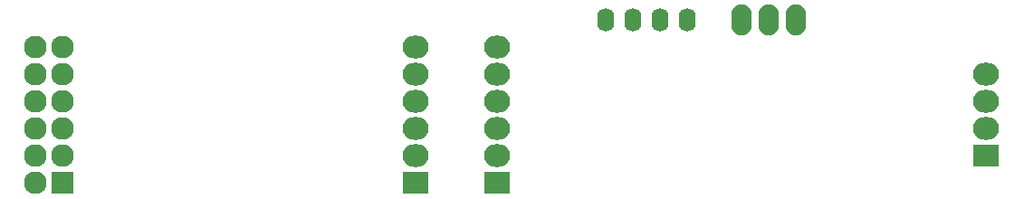
<source format=gbs>
G04 #@! TF.FileFunction,Soldermask,Bot*
%FSLAX46Y46*%
G04 Gerber Fmt 4.6, Leading zero omitted, Abs format (unit mm)*
G04 Created by KiCad (PCBNEW 4.0.2+e4-6225~38~ubuntu15.10.1-stable) date Do 16 Jun 2016 08:59:29 CEST*
%MOMM*%
G01*
G04 APERTURE LIST*
%ADD10C,0.100000*%
%ADD11R,2.127200X2.127200*%
%ADD12O,2.127200X2.127200*%
%ADD13R,2.432000X2.127200*%
%ADD14O,2.432000X2.127200*%
%ADD15O,1.901140X2.899360*%
%ADD16O,1.600000X2.200000*%
G04 APERTURE END LIST*
D10*
D11*
X91440000Y-111760000D03*
D12*
X88900000Y-111760000D03*
X91440000Y-109220000D03*
X88900000Y-109220000D03*
X91440000Y-106680000D03*
X88900000Y-106680000D03*
X91440000Y-104140000D03*
X88900000Y-104140000D03*
X91440000Y-101600000D03*
X88900000Y-101600000D03*
X91440000Y-99060000D03*
X88900000Y-99060000D03*
D13*
X132080000Y-111760000D03*
D14*
X132080000Y-109220000D03*
X132080000Y-106680000D03*
X132080000Y-104140000D03*
X132080000Y-101600000D03*
X132080000Y-99060000D03*
D13*
X177800000Y-109220000D03*
D14*
X177800000Y-106680000D03*
X177800000Y-104140000D03*
X177800000Y-101600000D03*
D15*
X157480000Y-96520000D03*
X154940000Y-96520000D03*
X160020000Y-96520000D03*
D13*
X124460000Y-111760000D03*
D14*
X124460000Y-109220000D03*
X124460000Y-106680000D03*
X124460000Y-104140000D03*
X124460000Y-101600000D03*
X124460000Y-99060000D03*
D16*
X142240000Y-96520000D03*
X144780000Y-96520000D03*
X147320000Y-96520000D03*
X149860000Y-96520000D03*
M02*

</source>
